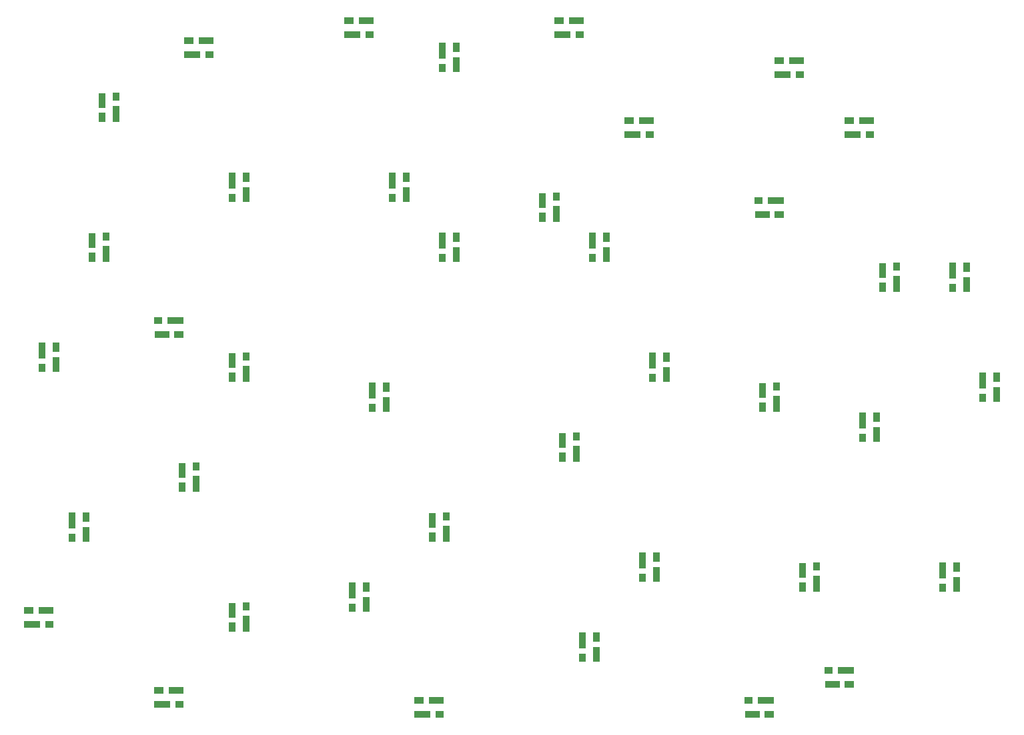
<source format=gtp>
G04 EAGLE Gerber RS-274X export*
G75*
%MOMM*%
%FSLAX34Y34*%
%LPD*%
%INSolderpaste Top*%
%IPPOS*%
%AMOC8*
5,1,8,0,0,1.08239X$1,22.5*%
G01*
%ADD10R,0.850000X1.900000*%
%ADD11R,0.850000X1.000000*%
%ADD12R,0.850000X1.150000*%
%ADD13R,0.850000X2.000000*%
%ADD14R,1.900000X0.850000*%
%ADD15R,1.000000X0.850000*%
%ADD16R,1.150000X0.850000*%
%ADD17R,2.000000X0.850000*%


D10*
X834250Y168800D03*
D11*
X816750Y164300D03*
D12*
X834250Y190550D03*
D13*
X816750Y186300D03*
D14*
X1045100Y727850D03*
D15*
X1040600Y745350D03*
D16*
X1066850Y727850D03*
D17*
X1062600Y745350D03*
D10*
X1197750Y656700D03*
D11*
X1215250Y661200D03*
D12*
X1197750Y634950D03*
D13*
X1215250Y639200D03*
D10*
X1045350Y504300D03*
D11*
X1062850Y508800D03*
D12*
X1045350Y482550D03*
D13*
X1062850Y486800D03*
D10*
X1096150Y275700D03*
D11*
X1113650Y280200D03*
D12*
X1096150Y253950D03*
D13*
X1113650Y258200D03*
D10*
X910450Y270400D03*
D11*
X892950Y265900D03*
D12*
X910450Y292150D03*
D13*
X892950Y287900D03*
D10*
X923150Y524400D03*
D11*
X905650Y519900D03*
D12*
X923150Y546150D03*
D13*
X905650Y541900D03*
D10*
X846950Y676800D03*
D11*
X829450Y672300D03*
D12*
X846950Y698550D03*
D13*
X829450Y694300D03*
D14*
X898000Y846950D03*
D15*
X902500Y829450D03*
D16*
X876250Y846950D03*
D17*
X880500Y829450D03*
D14*
X809100Y973950D03*
D15*
X813600Y956450D03*
D16*
X787350Y973950D03*
D17*
X791600Y956450D03*
D10*
X765950Y745600D03*
D11*
X783450Y750100D03*
D12*
X765950Y723850D03*
D13*
X783450Y728100D03*
D14*
X1032400Y92850D03*
D15*
X1027900Y110350D03*
D16*
X1054150Y92850D03*
D17*
X1049900Y110350D03*
D10*
X791350Y440800D03*
D11*
X808850Y445300D03*
D12*
X791350Y419050D03*
D13*
X808850Y423300D03*
D10*
X626250Y339200D03*
D11*
X643750Y343700D03*
D12*
X626250Y317450D03*
D13*
X643750Y321700D03*
D14*
X631300Y110350D03*
D15*
X635800Y92850D03*
D16*
X609550Y110350D03*
D17*
X613800Y92850D03*
D10*
X542150Y232300D03*
D11*
X524650Y227800D03*
D12*
X542150Y254050D03*
D13*
X524650Y249800D03*
D10*
X567550Y486300D03*
D11*
X550050Y481800D03*
D12*
X567550Y508050D03*
D13*
X550050Y503800D03*
D10*
X656450Y676800D03*
D11*
X638950Y672300D03*
D12*
X656450Y698550D03*
D13*
X638950Y694300D03*
D10*
X592950Y753000D03*
D11*
X575450Y748500D03*
D12*
X592950Y774750D03*
D13*
X575450Y770500D03*
D10*
X656450Y918100D03*
D11*
X638950Y913600D03*
D12*
X656450Y939850D03*
D13*
X638950Y935600D03*
D14*
X542400Y973950D03*
D15*
X546900Y956450D03*
D16*
X520650Y973950D03*
D17*
X524900Y956450D03*
D10*
X372250Y542400D03*
D11*
X389750Y546900D03*
D12*
X372250Y520650D03*
D13*
X389750Y524900D03*
D14*
X1134000Y130950D03*
D15*
X1129500Y148450D03*
D16*
X1155750Y130950D03*
D17*
X1151500Y148450D03*
D10*
X308750Y402700D03*
D11*
X326250Y407200D03*
D12*
X308750Y380950D03*
D13*
X326250Y385200D03*
D10*
X372250Y224900D03*
D11*
X389750Y229400D03*
D12*
X372250Y203150D03*
D13*
X389750Y207400D03*
D14*
X301100Y123050D03*
D15*
X305600Y105550D03*
D16*
X279350Y123050D03*
D17*
X283600Y105550D03*
D14*
X136000Y224650D03*
D15*
X140500Y207150D03*
D16*
X114250Y224650D03*
D17*
X118500Y207150D03*
D10*
X186550Y321200D03*
D11*
X169050Y316700D03*
D12*
X186550Y342950D03*
D13*
X169050Y338700D03*
D10*
X148450Y537100D03*
D11*
X130950Y532600D03*
D12*
X148450Y558850D03*
D13*
X130950Y554600D03*
D14*
X283100Y575450D03*
D15*
X278600Y592950D03*
D16*
X304850Y575450D03*
D17*
X300600Y592950D03*
D10*
X389750Y753000D03*
D11*
X372250Y748500D03*
D12*
X389750Y774750D03*
D13*
X372250Y770500D03*
D14*
X339200Y948550D03*
D15*
X343700Y931050D03*
D16*
X317450Y948550D03*
D17*
X321700Y931050D03*
D10*
X207150Y872600D03*
D11*
X224650Y877100D03*
D12*
X207150Y850850D03*
D13*
X224650Y855100D03*
D10*
X1291450Y257700D03*
D11*
X1273950Y253200D03*
D12*
X1291450Y279450D03*
D13*
X1273950Y275200D03*
D10*
X194450Y694800D03*
D11*
X211950Y699300D03*
D12*
X194450Y673050D03*
D13*
X211950Y677300D03*
D10*
X1189850Y448200D03*
D11*
X1172350Y443700D03*
D12*
X1189850Y469950D03*
D13*
X1172350Y465700D03*
D10*
X1342250Y499000D03*
D11*
X1324750Y494500D03*
D12*
X1342250Y520750D03*
D13*
X1324750Y516500D03*
D10*
X1304150Y638700D03*
D11*
X1286650Y634200D03*
D12*
X1304150Y660450D03*
D13*
X1286650Y656200D03*
D14*
X1177400Y846950D03*
D15*
X1181900Y829450D03*
D16*
X1155650Y846950D03*
D17*
X1159900Y829450D03*
D14*
X1088500Y923150D03*
D15*
X1093000Y905650D03*
D16*
X1066750Y923150D03*
D17*
X1071000Y905650D03*
M02*

</source>
